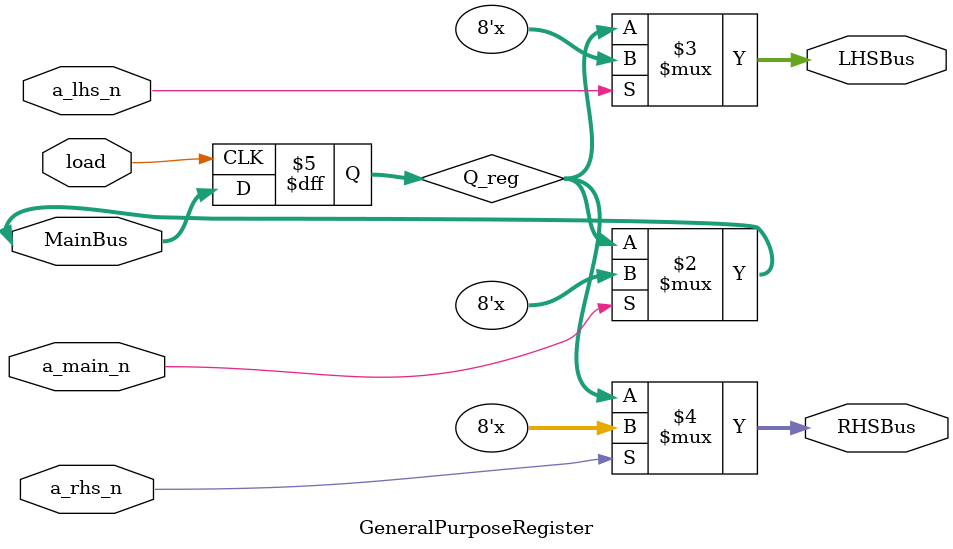
<source format=v>
/*

Name:				General Purpose Register V1
Schematic Source:   https://easyeda.com/weirdboyjim/general-purpose-register
Schematic Rev:		1.0 (2019-01-13)
Designer:			James Sharman (weirdboyjim)

FPGA/Verilog: 		George Smart (@m1geo) http://www.george-smart.co.uk
Project Source:		https://github.com/m1geo/JamesSharmanPipelinedCPU

Module notes:
    Video:          https://www.youtube.com/watch?v=kz42fFKgvHE
	Module latches from MainBus into Q_reg on rising LOAD and drives to LHS, RHS or MainBus on low ASSERT lines.
	
*/

module GeneralPurposeRegister (
	inout	[7:0] 	MainBus,
	output	[7:0]	LHSBus,
	output	[7:0]	RHSBus,
	input			load,		// active rising
	input			a_main_n,	// active low
	input			a_lhs_n,	// active low
	input			a_rhs_n		// active low
);

	// Module is a super simple latch 
	reg [7:0] Q_reg;
	
	// Copy to register on LOW->HIGH of load
	always @ (posedge load)
		Q_reg <= MainBus;
	
	// assert to main bus when assert is LOW; else High-Z.
	assign MainBus = a_main_n ? 8'bZ : Q_reg;
	
	// assert to LHS bus when assert is LOW; else High-Z.
	assign LHSBus = a_lhs_n ? 8'bZ : Q_reg;
	
	// assert to RHS bus when assert is LOW; else High-Z.
	assign RHSBus = a_rhs_n ? 8'bZ : Q_reg;


endmodule
</source>
